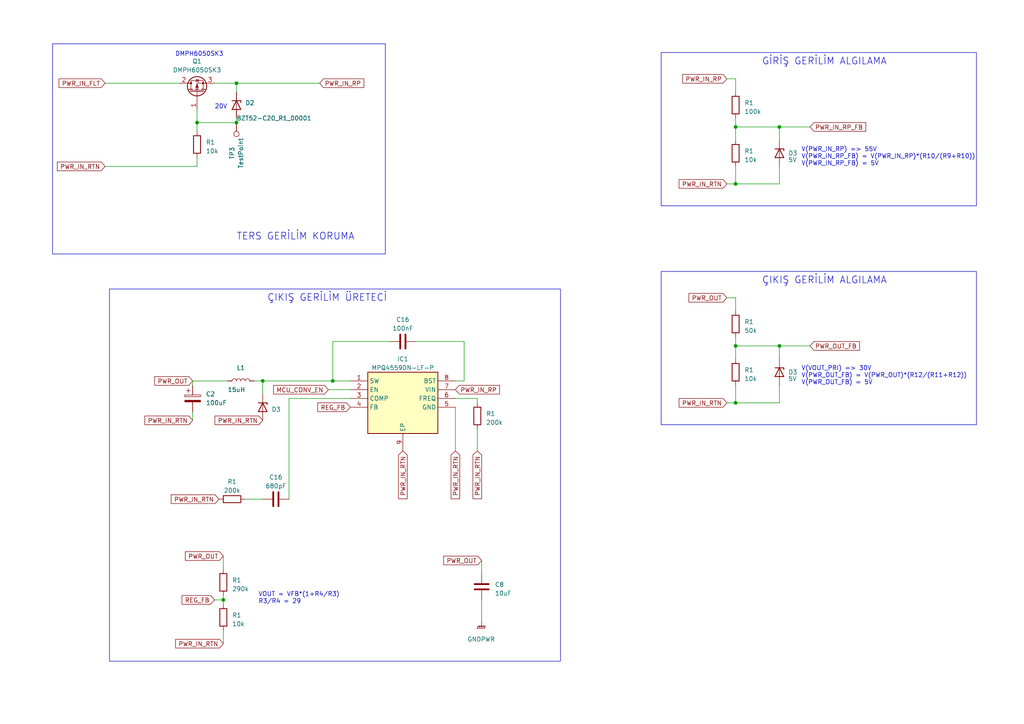
<source format=kicad_sch>
(kicad_sch (version 20230121) (generator eeschema)
  (paper "A4")
  (lib_symbols
    (symbol "Connector:TestPoint" (pin_numbers hide) (pin_names (offset 0.762) hide)
      (property "Reference" "TP" (at 0 6.858 0))
      (property "Value" "TestPoint" (at 0 5.08 0))
      (symbol "TestPoint_0_1"
        (circle (center 0 3.302) (radius 0.762))
      )
      (symbol "TestPoint_1_1"
        (pin passive line (at 0 0 90) (length 2.54) (name "1") (number "1"))
      )
    )
    (symbol "Device:C" (pin_numbers hide) (pin_names (offset 0.254))
      (property "Reference" "C" (at 0.635 2.54 0))
      (property "Value" "C" (at 0.635 -2.54 0))
      (symbol "C_0_1"
        (polyline (pts (xy -2.032 -0.762) (xy 2.032 -0.762)) (stroke (width 0.508)))
        (polyline (pts (xy -2.032 0.762) (xy 2.032 0.762)) (stroke (width 0.508)))
      )
      (symbol "C_1_1"
        (pin passive line (at 0 3.81 270) (length 2.794) (name "~") (number "1"))
        (pin passive line (at 0 -3.81 90) (length 2.794) (name "~") (number "2"))
      )
    )
    (symbol "Device:C_Polarized" (pin_numbers hide) (pin_names (offset 0.254))
      (property "Reference" "C" (at 0.635 2.54 0))
      (property "Value" "C_Polarized" (at 0.635 -2.54 0))
      (symbol "C_Polarized_0_1"
        (rectangle (start -2.286 0.508) (end 2.286 1.016))
        (polyline (pts (xy -1.778 2.286) (xy -0.762 2.286)))
        (polyline (pts (xy -1.27 2.794) (xy -1.27 1.778)))
        (rectangle (start 2.286 -0.508) (end -2.286 -1.016) (fill (type outline)))
      )
      (symbol "C_Polarized_1_1"
        (pin passive line (at 0 3.81 270) (length 2.794) (name "~") (number "1"))
        (pin passive line (at 0 -3.81 90) (length 2.794) (name "~") (number "2"))
      )
    )
    (symbol "Device:D_Zener" (pin_numbers hide) (pin_names (offset 1.016) hide)
      (property "Reference" "D" (at 0 2.54 0))
      (property "Value" "D_Zener" (at 0 -2.54 0))
      (symbol "D_Zener_0_1"
        (polyline (pts (xy 1.27 0) (xy -1.27 0)))
        (polyline (pts (xy -1.27 -1.27) (xy -1.27 1.27) (xy -0.762 1.27)) (stroke (width 0.254)))
        (polyline (pts (xy 1.27 -1.27) (xy 1.27 1.27) (xy -1.27 0) (xy 1.27 -1.27)) (stroke (width 0.254)))
      )
      (symbol "D_Zener_1_1"
        (pin passive line (at -3.81 0 0) (length 2.54) (name "K") (number "1"))
        (pin passive line (at 3.81 0 180) (length 2.54) (name "A") (number "2"))
      )
    )
    (symbol "Device:L" (pin_numbers hide) (pin_names (offset 1.016) hide)
      (property "Reference" "L" (at -1.27 0 90))
      (property "Value" "L" (at 1.905 0 90))
      (symbol "L_0_1"
        (arc (start 0 -2.54) (mid 0.6323 -1.905) (end 0 -1.27))
        (arc (start 0 -1.27) (mid 0.6323 -0.635) (end 0 0))
        (arc (start 0 0) (mid 0.6323 0.635) (end 0 1.27))
        (arc (start 0 1.27) (mid 0.6323 1.905) (end 0 2.54))
      )
      (symbol "L_1_1"
        (pin passive line (at 0 3.81 270) (length 1.27) (name "1") (number "1"))
        (pin passive line (at 0 -3.81 90) (length 1.27) (name "2") (number "2"))
      )
    )
    (symbol "Device:R" (pin_numbers hide) (pin_names (offset 0))
      (property "Reference" "R" (at 2.032 0 90))
      (property "Value" "R" (at 0 0 90))
      (symbol "R_0_1"
        (rectangle (start -1.016 -2.54) (end 1.016 2.54) (stroke (width 0.254)))
      )
      (symbol "R_1_1"
        (pin passive line (at 0 3.81 270) (length 1.27) (name "~") (number "1"))
        (pin passive line (at 0 -3.81 90) (length 1.27) (name "~") (number "2"))
      )
    )
    (symbol "MPQ4559DN-LF-P:MPQ4559DN-LF-P"
      (property "Reference" "IC" (at 26.67 7.62 0))
      (property "Value" "MPQ4559DN-LF-P" (at 26.67 5.08 0))
      (symbol "MPQ4559DN-LF-P_1_1"
        (rectangle (start 5.08 2.54) (end 25.4 -15.24) (stroke (width 0.254)) (fill (type background)))
        (pin passive line (at 0 0 0) (length 5.08) (name "SW") (number "1"))
        (pin passive line (at 0 -2.54 0) (length 5.08) (name "EN") (number "2"))
        (pin passive line (at 0 -5.08 0) (length 5.08) (name "COMP") (number "3"))
        (pin passive line (at 0 -7.62 0) (length 5.08) (name "FB") (number "4"))
        (pin passive line (at 30.48 -7.62 180) (length 5.08) (name "GND") (number "5"))
        (pin passive line (at 30.48 -5.08 180) (length 5.08) (name "FREQ") (number "6"))
        (pin passive line (at 30.48 -2.54 180) (length 5.08) (name "VIN") (number "7"))
        (pin passive line (at 30.48 0 180) (length 5.08) (name "BST") (number "8"))
        (pin passive line (at 15.24 -20.32 90) (length 5.08) (name "EP") (number "9"))
      )
    )
    (symbol "Transistor_FET:SUD08P06-155L" (pin_names hide)
      (property "Reference" "Q" (at 4.953 1.905 0))
      (property "Value" "SUD08P06-155L" (at 4.953 0 0))
      (symbol "SUD08P06-155L_0_1"
        (polyline (pts (xy 0.254 0) (xy -2.54 0)))
        (polyline (pts (xy 0.254 1.905) (xy 0.254 -1.905)) (stroke (width 0.254)))
        (polyline (pts (xy 0.762 -1.27) (xy 0.762 -2.286)) (stroke (width 0.254)))
        (polyline (pts (xy 0.762 0.508) (xy 0.762 -0.508)) (stroke (width 0.254)))
        (polyline (pts (xy 0.762 2.286) (xy 0.762 1.27)) (stroke (width 0.254)))
        (polyline (pts (xy 2.54 2.54) (xy 2.54 1.778)))
        (polyline (pts (xy 2.54 -2.54) (xy 2.54 0) (xy 0.762 0)))
        (polyline (pts (xy 0.762 1.778) (xy 3.302 1.778) (xy 3.302 -1.778) (xy 0.762 -1.778)))
        (polyline (pts (xy 2.286 0) (xy 1.27 0.381) (xy 1.27 -0.381) (xy 2.286 0)) (fill (type outline)))
        (polyline (pts (xy 2.794 -0.508) (xy 2.921 -0.381) (xy 3.683 -0.381) (xy 3.81 -0.254)))
        (polyline (pts (xy 3.302 -0.381) (xy 2.921 0.254) (xy 3.683 0.254) (xy 3.302 -0.381)))
        (circle (center 1.651 0) (radius 2.794) (stroke (width 0.254)))
        (circle (center 2.54 -1.778) (radius 0.254) (fill (type outline)))
        (circle (center 2.54 1.778) (radius 0.254) (fill (type outline)))
      )
      (symbol "SUD08P06-155L_1_1"
        (pin input line (at -5.08 0 0) (length 2.54) (name "G") (number "1"))
        (pin passive line (at 2.54 5.08 270) (length 2.54) (name "D") (number "2"))
        (pin passive line (at 2.54 -5.08 90) (length 2.54) (name "S") (number "3"))
      )
    )
    (symbol "power:GNDPWR" (power) (pin_names (offset 0))
      (property "Value" "GNDPWR" (at 0 -3.302 0))
      (symbol "GNDPWR_0_1"
        (polyline (pts (xy 0 -1.27) (xy 0 0)))
        (polyline (pts (xy -1.016 -1.27) (xy -1.27 -2.032) (xy -1.27 -2.032)) (stroke (width 0.2032)))
        (polyline (pts (xy -0.508 -1.27) (xy -0.762 -2.032) (xy -0.762 -2.032)) (stroke (width 0.2032)))
        (polyline (pts (xy 0 -1.27) (xy -0.254 -2.032) (xy -0.254 -2.032)) (stroke (width 0.2032)))
        (polyline (pts (xy 0.508 -1.27) (xy 0.254 -2.032) (xy 0.254 -2.032)) (stroke (width 0.2032)))
        (polyline (pts (xy 1.016 -1.27) (xy -1.016 -1.27) (xy -1.016 -1.27)) (stroke (width 0.2032)))
        (polyline (pts (xy 1.016 -1.27) (xy 0.762 -2.032) (xy 0.762 -2.032) (xy 0.762 -2.032)) (stroke (width 0.2032)))
      )
      (symbol "GNDPWR_1_1"
        (pin power_in line (at 0 0 270) (length 0) hide (name "GNDPWR") (number "1"))
      )
    )
  )
  (junction (at 64.77 173.99))
  (junction (at 226.06 36.83))
  (junction (at 213.36 100.33))
  (junction (at 213.36 53.34))
  (junction (at 213.36 116.84))
  (junction (at 68.58 24.13))
  (junction (at 226.06 100.33))
  (junction (at 68.58 35.56))
  (junction (at 76.2 110.49))
  (junction (at 96.52 110.49))
  (junction (at 57.15 35.56))
  (junction (at 213.36 36.83))
  (wire (pts (xy 213.36 34.29) (xy 213.36 36.83)))
  (wire (pts (xy 30.48 48.26) (xy 57.15 48.26)))
  (wire (pts (xy 213.36 53.34) (xy 226.06 53.34)))
  (wire (pts (xy 55.88 121.92) (xy 55.88 119.38)))
  (wire (pts (xy 113.03 99.06) (xy 96.52 99.06)))
  (wire (pts (xy 138.43 115.57) (xy 138.43 116.84)))
  (wire (pts (xy 57.15 35.56) (xy 57.15 38.1)))
  (wire (pts (xy 226.06 48.26) (xy 226.06 53.34)))
  (wire (pts (xy 132.08 130.81) (xy 132.08 118.11)))
  (wire (pts (xy 76.2 110.49) (xy 96.52 110.49)))
  (wire (pts (xy 120.65 99.06) (xy 134.62 99.06)))
  (wire (pts (xy 213.36 86.36) (xy 213.36 90.17)))
  (wire (pts (xy 213.36 36.83) (xy 226.06 36.83)))
  (wire (pts (xy 64.77 173.99) (xy 64.77 175.26)))
  (wire (pts (xy 83.82 115.57) (xy 83.82 144.78)))
  (wire (pts (xy 139.7 180.34) (xy 139.7 173.99)))
  (wire (pts (xy 73.66 110.49) (xy 76.2 110.49)))
  (wire (pts (xy 213.36 100.33) (xy 213.36 104.14)))
  (wire (pts (xy 210.82 22.86) (xy 213.36 22.86)))
  (wire (pts (xy 96.52 110.49) (xy 101.6 110.49)))
  (wire (pts (xy 226.06 36.83) (xy 226.06 40.64)))
  (wire (pts (xy 213.36 36.83) (xy 213.36 40.64)))
  (wire (pts (xy 213.36 97.79) (xy 213.36 100.33)))
  (wire (pts (xy 213.36 53.34) (xy 213.36 48.26)))
  (wire (pts (xy 210.82 53.34) (xy 213.36 53.34)))
  (wire (pts (xy 226.06 36.83) (xy 234.95 36.83)))
  (wire (pts (xy 134.62 99.06) (xy 134.62 110.49)))
  (wire (pts (xy 83.82 115.57) (xy 101.6 115.57)))
  (wire (pts (xy 139.7 162.56) (xy 139.7 166.37)))
  (wire (pts (xy 210.82 86.36) (xy 213.36 86.36)))
  (wire (pts (xy 213.36 116.84) (xy 226.06 116.84)))
  (wire (pts (xy 57.15 48.26) (xy 57.15 45.72)))
  (wire (pts (xy 68.58 35.56) (xy 68.58 34.29)))
  (wire (pts (xy 64.77 172.72) (xy 64.77 173.99)))
  (wire (pts (xy 62.23 173.99) (xy 64.77 173.99)))
  (wire (pts (xy 64.77 161.29) (xy 64.77 165.1)))
  (wire (pts (xy 66.04 110.49) (xy 55.88 110.49)))
  (wire (pts (xy 213.36 116.84) (xy 213.36 111.76)))
  (wire (pts (xy 226.06 100.33) (xy 234.95 100.33)))
  (wire (pts (xy 95.25 113.03) (xy 101.6 113.03)))
  (wire (pts (xy 76.2 110.49) (xy 76.2 114.3)))
  (wire (pts (xy 213.36 100.33) (xy 226.06 100.33)))
  (wire (pts (xy 96.52 99.06) (xy 96.52 110.49)))
  (wire (pts (xy 213.36 22.86) (xy 213.36 26.67)))
  (wire (pts (xy 226.06 100.33) (xy 226.06 104.14)))
  (wire (pts (xy 71.12 144.78) (xy 76.2 144.78)))
  (wire (pts (xy 68.58 24.13) (xy 92.71 24.13)))
  (wire (pts (xy 64.77 186.69) (xy 64.77 182.88)))
  (wire (pts (xy 132.08 115.57) (xy 138.43 115.57)))
  (wire (pts (xy 57.15 31.75) (xy 57.15 35.56)))
  (wire (pts (xy 138.43 130.81) (xy 138.43 124.46)))
  (wire (pts (xy 134.62 110.49) (xy 132.08 110.49)))
  (wire (pts (xy 226.06 111.76) (xy 226.06 116.84)))
  (wire (pts (xy 62.23 24.13) (xy 68.58 24.13)))
  (wire (pts (xy 55.88 110.49) (xy 55.88 111.76)))
  (wire (pts (xy 68.58 24.13) (xy 68.58 26.67)))
  (wire (pts (xy 210.82 116.84) (xy 213.36 116.84)))
  (wire (pts (xy 30.48 24.13) (xy 52.07 24.13)))
  (wire (pts (xy 57.15 35.56) (xy 68.58 35.56)))
  (rectangle (start 191.77 78.74) (end 283.21 123.19))
  (rectangle (start 191.77 15.24) (end 283.21 59.69))
  (rectangle (start 31.75 83.82) (end 162.56 191.77))
  (rectangle (start 15.24 12.7) (end 111.76 73.66))
  (text "VOUT = VFB*(1+R4/R3)\nR3/R4 = 29" (at 74.93 175.26 0) (effects (font (size 1.27 1.27)) (justify left bottom)))
  (text "V(VOUT_PRI) => 30V\nV(PWR_OUT_FB) = V(PWR_OUT)*(R12/(R11+R12))\nV(PWR_OUT_FB) = 5V" (at 232.41 111.76 0) (effects (font (size 1.27 1.27)) (justify left bottom)))
  (text "ÇIKIŞ GERİLİM ÜRETECİ" (at 77.47 87.63 0) (effects (font (size 2 2)) (justify left bottom)))
  (text "20V" (at 62.23 31.75 0) (effects (font (size 1.27 1.27)) (justify left bottom)))
  (text "GİRİŞ GERİLİM ALGILAMA" (at 220.98 19.05 0) (effects (font (size 2 2)) (justify left bottom)))
  (text "V(PWR_IN_RP) => 55V\nV(PWR_IN_RP_FB) = V(PWR_IN_RP)*(R10/(R9+R10))\nV(PWR_IN_RP_FB) = 5V" (at 232.41 48.26 0) (effects (font (size 1.27 1.27)) (justify left bottom)))
  (text "DMPH6050SK3" (at 50.8 16.51 0) (effects (font (size 1.27 1.27)) (justify left bottom)))
  (text "ÇIKIŞ GERİLİM ALGILAMA" (at 220.98 82.55 0) (effects (font (size 2 2)) (justify left bottom)))
  (text "TERS GERİLİM KORUMA" (at 68.58 69.85 0) (effects (font (size 2 2)) (justify left bottom)))
  (global_label "REG_FB" (shape input) (at 62.23 173.99 180) (property "Intersheetrefs" "${INTERSHEET_REFS}" (effects hide)))
  (global_label "PWR_IN_RTN" (shape input) (at 116.84 130.81 270) (property "Intersheetrefs" "${INTERSHEET_REFS}" (effects hide)))
  (global_label "PWR_IN_RP_FB" (shape input) (at 234.95 36.83 0) (property "Intersheetrefs" "${INTERSHEET_REFS}" (effects hide)))
  (global_label "MCU_CONV_EN" (shape input) (at 95.25 113.03 180) (property "Intersheetrefs" "${INTERSHEET_REFS}" (effects hide)))
  (global_label "PWR_IN_RTN" (shape input) (at 63.5 144.78 180) (property "Intersheetrefs" "${INTERSHEET_REFS}" (effects hide)))
  (global_label "PWR_IN_RTN" (shape input) (at 210.82 53.34 180) (property "Intersheetrefs" "${INTERSHEET_REFS}" (effects hide)))
  (global_label "PWR_OUT" (shape input) (at 139.7 162.56 180) (property "Intersheetrefs" "${INTERSHEET_REFS}" (effects hide)))
  (global_label "PWR_IN_RTN" (shape input) (at 64.77 186.69 180) (property "Intersheetrefs" "${INTERSHEET_REFS}" (effects hide)))
  (global_label "PWR_IN_FLT" (shape input) (at 30.48 24.13 180) (property "Intersheetrefs" "${INTERSHEET_REFS}" (effects hide)))
  (global_label "PWR_IN_RTN" (shape input) (at 138.43 130.81 270) (property "Intersheetrefs" "${INTERSHEET_REFS}" (effects hide)))
  (global_label "PWR_OUT" (shape input) (at 64.77 161.29 180) (property "Intersheetrefs" "${INTERSHEET_REFS}" (effects hide)))
  (global_label "PWR_OUT" (shape input) (at 210.82 86.36 180) (property "Intersheetrefs" "${INTERSHEET_REFS}" (effects hide)))
  (global_label "PWR_IN_RTN" (shape input) (at 30.48 48.26 180) (property "Intersheetrefs" "${INTERSHEET_REFS}" (effects hide)))
  (global_label "PWR_IN_RP" (shape input) (at 92.71 24.13 0) (property "Intersheetrefs" "${INTERSHEET_REFS}" (effects hide)))
  (global_label "PWR_IN_RTN" (shape input) (at 76.2 121.92 180) (property "Intersheetrefs" "${INTERSHEET_REFS}" (effects hide)))
  (global_label "PWR_OUT_FB" (shape input) (at 234.95 100.33 0) (property "Intersheetrefs" "${INTERSHEET_REFS}" (effects hide)))
  (global_label "PWR_OUT" (shape input) (at 55.88 110.49 180) (property "Intersheetrefs" "${INTERSHEET_REFS}" (effects hide)))
  (global_label "PWR_IN_RTN" (shape input) (at 132.08 130.81 270) (property "Intersheetrefs" "${INTERSHEET_REFS}" (effects hide)))
  (global_label "PWR_IN_RP" (shape input) (at 132.08 113.03 0) (property "Intersheetrefs" "${INTERSHEET_REFS}" (effects hide)))
  (global_label "PWR_IN_RTN" (shape input) (at 55.88 121.92 180) (property "Intersheetrefs" "${INTERSHEET_REFS}" (effects hide)))
  (global_label "PWR_IN_RTN" (shape input) (at 210.82 116.84 180) (property "Intersheetrefs" "${INTERSHEET_REFS}" (effects hide)))
  (global_label "REG_FB" (shape input) (at 101.6 118.11 180) (property "Intersheetrefs" "${INTERSHEET_REFS}" (effects hide)))
  (global_label "PWR_IN_RP" (shape input) (at 210.82 22.86 180) (property "Intersheetrefs" "${INTERSHEET_REFS}" (effects hide)))
  (symbol (lib_id "Device:D_Zener") (at 226.06 107.95 270) (unit 1)
    (property "Reference" "D3" (at 228.6 107.95 90) (effects (justify left)))
    (property "Value" "5V" (at 228.6 109.855 90) (effects (justify left)))
    (property "Footprint" "Diode_SMD:D_SOD-123" (effects hide))
    (property "Datasheet" "https://cdn.ozdisan.com/ETicaret_Dosya/351684_1070429.pdf" (effects hide))
    (instances (project "MTAL_PWR" (path "" (reference "D3") (unit 1))) (project "24V_1A" (path "" (reference "D6") (unit 1))))
  )
  (symbol (lib_id "Device:R") (at 64.77 179.07 180) (unit 1)
    (property "Reference" "R1" (at 67.31 178.435 0) (effects (justify right)))
    (property "Value" "10k" (at 67.31 180.975 0) (effects (justify right)))
    (property "Footprint" "Resistor_SMD:R_0603_1608Metric" (effects hide))
    (instances (project "MTAL_PWR" (path "" (reference "R1") (unit 1))) (project "24V_1A" (path "" (reference "R4") (unit 1))))
  )
  (symbol (lib_id "Device:C") (at 139.7 170.18 0) (unit 1)
    (property "Reference" "C8" (at 143.51 169.545 0) (effects (justify left)))
    (property "Value" "10uF" (at 143.51 172.085 0) (effects (justify left)))
    (property "Footprint" "Capacitor_SMD:C_1206_3216Metric_Pad1.33x1.80mm_HandSolder" (effects hide))
    (instances (project "MTAL_PWR" (path "" (reference "C8") (unit 1))) (project "24V_1A" (path "" (reference "C9") (unit 1)) (path "" (reference "C4") (unit 1))))
  )
  (symbol (lib_id "Device:R") (at 213.36 107.95 0) (unit 1)
    (property "Reference" "R1" (at 215.9 107.315 0) (effects (justify left)))
    (property "Value" "10k" (at 215.9 109.855 0) (effects (justify left)))
    (property "Footprint" "Resistor_SMD:R_0603_1608Metric" (effects hide))
    (instances (project "MTAL_PWR" (path "" (reference "R1") (unit 1))) (project "24V_1A" (path "" (reference "R12") (unit 1))))
  )
  (symbol (lib_id "Device:C_Polarized") (at 55.88 115.57 0) (unit 1)
    (property "Reference" "C2" (at 59.69 114.3 0) (effects (justify left)))
    (property "Value" "100uF" (at 59.69 116.84 0) (effects (justify left)))
    (property "Footprint" "Capacitor_SMD:CP_Elec_10x10" (effects hide))
    (instances (project "power" (path "" (reference "C2") (unit 1))) (project "MTAL_PWR" (path "" (reference "C81") (unit 1)) (path "" (reference "C36") (unit 1))) (project "24V_1A" (path "" (reference "C22") (unit 1))) (project "GEP_HW" (path "" (reference "C2") (unit 1))))
  )
  (symbol (lib_id "Device:L") (at 69.85 110.49 90) (unit 1)
    (property "Reference" "L1" (at 69.85 106.68 90))
    (property "Value" "15uH" (at 68.58 113.03 90))
    (property "Footprint" "Inductor_SMD:L_12x12mm_H8mm" (effects hide))
  )
  (symbol (lib_id "Transistor_FET:SUD08P06-155L") (at 57.15 26.67 90) (unit 1)
    (property "Reference" "Q1" (at 57.15 17.78 90))
    (property "Value" "DMPH6050SK3" (at 57.15 20.32 90))
    (property "Footprint" "Package_TO_SOT_SMD:TO-252-2" (effects hide))
    (property "Datasheet" "https://cdn.ozdisan.com/ETicaret_Dosya/611701_224171.pdf" (effects hide))
  )
  (symbol (lib_id "MPQ4559DN-LF-P:MPQ4559DN-LF-P") (at 101.6 110.49 0) (unit 1)
    (property "Reference" "IC1" (at 116.84 104.14 0))
    (property "Value" "MPQ4559DN-LF-P" (at 116.84 106.68 0))
    (property "Footprint" "SOIC127P600X170-9N" (effects hide))
    (property "Datasheet" "http://www.farnell.com/datasheets/2914962.pdf?_ga=2.133651722.569644115.1591613163-1137454584.1589198793&_gac=1.15743044.1591614989.Cj0KCQjww_f2BRC-ARIsAP3zarFX9oEHIuyrifaQJkeIT_aIvGDq3lWVO4kvtIXPkUpoVyyZMXN5IccaAveGEALw_wcB" (effects hide))
    (property "Height" "1.7" (effects hide))
    (property "Manufacturer_Name" "Monolithic Power Systems (MPS)" (effects hide))
    (property "Manufacturer_Part_Number" "MPQ4559DN-LF-P" (effects hide))
    (property "Mouser Part Number" "946-MPQ4559DN-LF-P" (effects hide))
    (property "Mouser Price/Stock" "https://www.mouser.co.uk/ProductDetail/Monolithic-Power-Systems-MPS/MPQ4559DN-LF-P?qs=%252B6g0mu59x7LA2plhRGtwsg%3D%3D" (effects hide))
  )
  (symbol (lib_id "Device:D_Zener") (at 226.06 44.45 270) (unit 1)
    (property "Reference" "D3" (at 228.6 44.45 90) (effects (justify left)))
    (property "Value" "5V" (at 228.6 46.355 90) (effects (justify left)))
    (property "Footprint" "Diode_SMD:D_SOD-123" (effects hide))
    (property "Datasheet" "https://cdn.ozdisan.com/ETicaret_Dosya/351684_1070429.pdf" (effects hide))
    (instances (project "MTAL_PWR" (path "" (reference "D3") (unit 1))) (project "24V_1A" (path "" (reference "D5") (unit 1))))
  )
  (symbol (lib_id "power:GNDPWR") (at 139.7 180.34 0) (unit 1)
    (property "Reference" "#PWR02" (effects hide))
    (property "Value" "GNDPWR" (at 139.573 185.42 0))
    (instances (project "MTAL_PWR" (path "" (reference "#PWR02") (unit 1))) (project "24V_1A" (path "" (reference "#PWR01") (unit 1)) (path "" (reference "#PWR03") (unit 1))))
  )
  (symbol (lib_id "Device:R") (at 64.77 168.91 0) (unit 1)
    (property "Reference" "R1" (at 67.31 168.275 0) (effects (justify left)))
    (property "Value" "290k" (at 67.31 170.815 0) (effects (justify left)))
    (property "Footprint" "Resistor_SMD:R_0603_1608Metric" (effects hide))
    (instances (project "MTAL_PWR" (path "" (reference "R1") (unit 1))) (project "24V_1A" (path "" (reference "R3") (unit 1))))
  )
  (symbol (lib_id "Device:R") (at 138.43 120.65 0) (unit 1)
    (property "Reference" "R1" (at 140.97 120.015 0) (effects (justify left)))
    (property "Value" "200k" (at 140.97 122.555 0) (effects (justify left)))
    (property "Footprint" "Resistor_SMD:R_0603_1608Metric" (effects hide))
  )
  (symbol (lib_id "Device:C") (at 116.84 99.06 90) (unit 1)
    (property "Reference" "C16" (at 116.84 92.71 90))
    (property "Value" "100nF" (at 116.84 95.25 90))
    (property "Footprint" "Capacitor_SMD:C_1206_3216Metric_Pad1.33x1.80mm_HandSolder" (effects hide))
    (instances (project "MTAL_PWR" (path "" (reference "C16") (unit 1)) (path "" (reference "C24") (unit 1))) (project "24V_1A" (path "" (reference "C21") (unit 1))))
  )
  (symbol (lib_id "Device:D_Zener") (at 68.58 30.48 270) (unit 1)
    (property "Reference" "D2" (at 71.12 29.845 90) (effects (justify left)))
    (property "Value" "BZT52-C20_R1_00001" (at 68.58 34.29 90) (effects (justify left)))
    (property "Footprint" "Diode_SMD:D_SOD-123" (effects hide))
    (property "Datasheet" "https://cdn.ozdisan.com/ETicaret_Dosya/351684_1070429.pdf" (effects hide))
    (instances (project "MTAL_PWR" (path "" (reference "D2") (unit 1))) (project "24V_1A" (path "" (reference "D4") (unit 1))))
  )
  (symbol (lib_id "Connector:TestPoint") (at 68.58 35.56 180) (unit 1)
    (property "Reference" "TP3" (at 67.31 44.45 90))
    (property "Value" "TestPoint" (at 69.85 44.45 90))
    (property "Footprint" "TestPoint:TestPoint_THTPad_D2.0mm_Drill1.0mm" (effects hide))
    (instances (project "power" (path "" (reference "TP3") (unit 1))) (project "MTAL_PWR" (path "" (reference "TP1") (unit 1)) (path "" (reference "TP3") (unit 1)) (path "" (reference "RPP_1") (unit 1))) (project "24V_1A" (path "" (reference "TP2") (unit 1))) (project "GEP_HW" (path "" (reference "TP3") (unit 1)) (path "" (reference "3V3") (unit 1))))
  )
  (symbol (lib_id "Device:R") (at 67.31 144.78 90) (unit 1)
    (property "Reference" "R1" (at 67.31 139.7 90))
    (property "Value" "200k" (at 67.31 142.24 90))
    (property "Footprint" "Resistor_SMD:R_0603_1608Metric" (effects hide))
    (instances (project "MTAL_PWR" (path "" (reference "R1") (unit 1))) (project "24V_1A" (path "" (reference "R2") (unit 1))))
  )
  (symbol (lib_id "Device:D_Zener") (at 76.2 118.11 270) (unit 1)
    (property "Reference" "D3" (at 78.74 118.745 90) (effects (justify left)))
    (property "Value" "BZT52-C20_R1_00001" (effects hide))
    (property "Footprint" "Diode_SMD:D_SOD-123" (effects hide))
    (property "Datasheet" "https://cdn.ozdisan.com/ETicaret_Dosya/351684_1070429.pdf" (effects hide))
    (instances (project "MTAL_PWR" (path "" (reference "D3") (unit 1))) (project "24V_1A" (path "" (reference "D2") (unit 1))))
  )
  (symbol (lib_id "Device:C") (at 80.01 144.78 90) (unit 1)
    (property "Reference" "C16" (at 80.01 138.43 90))
    (property "Value" "680pF" (at 80.01 140.97 90))
    (property "Footprint" "Capacitor_SMD:C_0805_2012Metric" (effects hide))
    (instances (project "MTAL_PWR" (path "" (reference "C16") (unit 1)) (path "" (reference "C24") (unit 1))) (project "24V_1A" (path "" (reference "C23") (unit 1))))
  )
  (symbol (lib_id "Device:R") (at 213.36 30.48 0) (unit 1)
    (property "Reference" "R1" (at 215.9 29.845 0) (effects (justify left)))
    (property "Value" "100k" (at 215.9 32.385 0) (effects (justify left)))
    (property "Footprint" "Resistor_SMD:R_0603_1608Metric" (effects hide))
    (instances (project "MTAL_PWR" (path "" (reference "R1") (unit 1))) (project "24V_1A" (path "" (reference "R9") (unit 1))))
  )
  (symbol (lib_id "Device:R") (at 213.36 93.98 0) (unit 1)
    (property "Reference" "R1" (at 215.9 93.345 0) (effects (justify left)))
    (property "Value" "50k" (at 215.9 95.885 0) (effects (justify left)))
    (property "Footprint" "Resistor_SMD:R_0603_1608Metric" (effects hide))
    (instances (project "MTAL_PWR" (path "" (reference "R1") (unit 1))) (project "24V_1A" (path "" (reference "R11") (unit 1))))
  )
  (symbol (lib_id "Device:R") (at 57.15 41.91 0) (unit 1)
    (property "Reference" "R1" (at 59.69 41.275 0) (effects (justify left)))
    (property "Value" "10k" (at 59.69 43.815 0) (effects (justify left)))
    (property "Footprint" "Resistor_SMD:R_0603_1608Metric" (effects hide))
    (instances (project "MTAL_PWR" (path "" (reference "R1") (unit 1))) (project "24V_1A" (path "" (reference "R8") (unit 1))))
  )
  (symbol (lib_id "Device:R") (at 213.36 44.45 0) (unit 1)
    (property "Reference" "R1" (at 215.9 43.815 0) (effects (justify left)))
    (property "Value" "10k" (at 215.9 46.355 0) (effects (justify left)))
    (property "Footprint" "Resistor_SMD:R_0603_1608Metric" (effects hide))
    (instances (project "MTAL_PWR" (path "" (reference "R1") (unit 1))) (project "24V_1A" (path "" (reference "R10") (unit 1))))
  )
)
</source>
